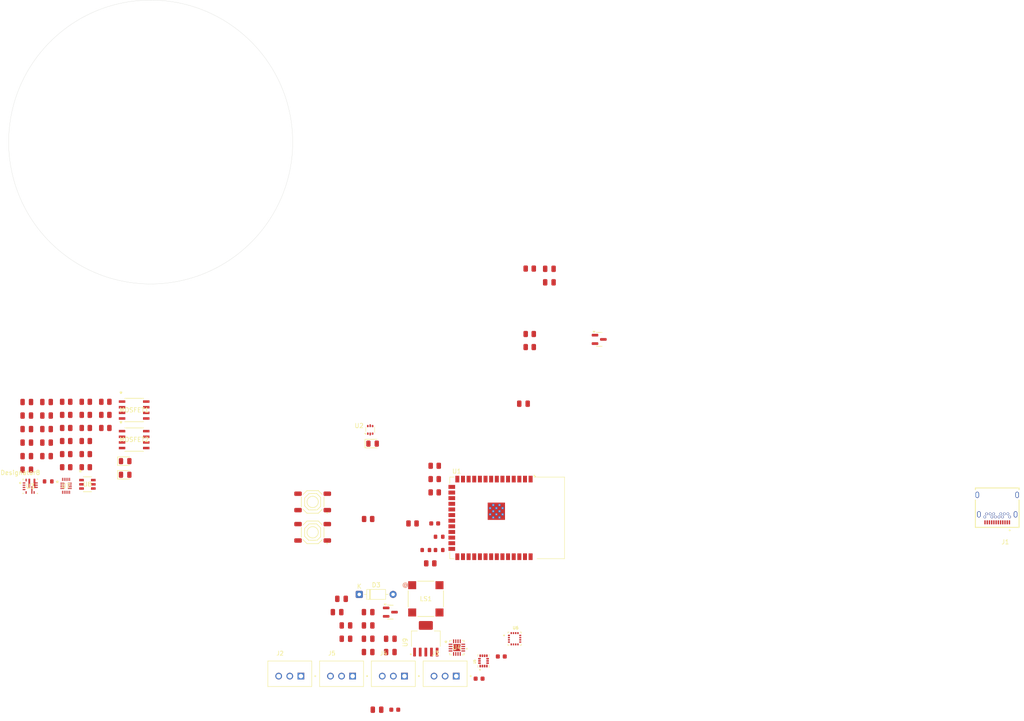
<source format=kicad_pcb>
(kicad_pcb (version 20241229) (generator "pcbnew") (generator_version "9.0")
  (layers (0 "F.Cu" signal) (2 "B.Cu" signal) (13 "F.Paste" user) (15 "B.Paste" user) (5 "F.SilkS" user "F.Silkscreen") (7 "B.SilkS" user "B.Silkscreen") (1 "F.Mask" user) (3 "B.Mask" user) (25 "Edge.Cuts" user))
  (net 0 "")
  (net 1 "GND")
  (net 2 "Net-(Q2-S)")
  (net 3 "Net-(U8-VDD)")
  (net 4 "Net-(Q1-B)")
  (net 5 "Net-(D3-K)")
  (net 6 "Net-(U8-VSS)")
  (net 7 "Net-(S2-A)")
  (net 8 "Net-(U5-AP_CS)")
  (net 9 "Net-(U4-ZOUT)")
  (net 10 "Net-(U4-XOUT)")
  (net 11 "Net-(U4-YOUT)")
  (net 12 "Net-(U8-VC)")
  (net 13 "Net-(D2-Pad2)")
  (net 14 "Net-(D3-A)")
  (net 15 "Net-(S1-A)")
  (net 16 "Net-(U1-IO12)")
  (net 17 "Net-(U1-IO3)")
  (net 18 "Net-(U1-IO2)")
  (net 19 "Net-(U1-IO1)")
  (net 20 "Net-(U1-IO17)")
  (net 21 "Net-(U1-IO18)")
  (net 28 "Net-(U1-USB_D-)")
  (net 31 "Net-(U1-USB_D+)")
  (net 43 "Net-(U1-IO16)")
  (net 44 "Net-(U1-IO15)")
  (net 45 "Net-(U1-IO13)")
  (net 49 "Net-(U1-IO14)")
  (net 51 "Net-(U9-FB)")
  (net 52 "Net-(C19-Pad2)")
  (net 59 "Net-(U7-BST)")
  (net 60 "Net-(Q2-G)")
  (net 61 "Net-(Q2-D)")
  (net 62 "Net-(U7-VCC)")
  (net 68 "Net-(U7-SYS)")
  (net 69 "Net-(U3-VIN)")
  (net 70 "Net-(U3-SW)")
  (net 71 "Net-(U3-BOOT)")
  (net 72 "Net-(C23-Pad1)")
  (net 73 "Net-(U3-FB)")
  (net 74 "Net-(J1-CC2)")
  (net 75 "Net-(J1-CC1)")
  (net 76 "Net-(J1-DN2)")
  (net 77 "Net-(J1-DN1)")
  (net 78 "Net-(U3-SS)")
  (net 89 "Net-(D1-Pad2)")
  (net 90 "Net-(U7-*ACOK)")
  (net 91 "Net-(D4-Pad2)")
  (net 92 "Net-(U7-*STAT)")
  (net 93 "Net-(MOSFET1-Pad5)")
  (net 94 "Net-(U8-DO)")
  (net 95 "Net-(U8-CO)")
  (net 96 "Net-(U7-MID)")
  (net 97 "Net-(U8-VM)")
  (net 98 "Net-(U7-VLIM)")
  (net 99 "Net-(U7-ISET)")
  (net 100 "Net-(U7-NTC)")
  (net 101 "Net-(R22-Pad2)")
  (net 102 "Net-(U3-PG)")
  (net 103 "Net-(U3-AGND)")
  (net 104 "Net-(U3-MODE)")
  (footprint "PCM_JLCPCB:R_0603" (layer "F.Cu") (at 216.90625 176.5237)
    (property "Reference" "R18" (hide yes))
    (property "Value" "10kΩ")
    (pad "1" smd roundrect (at -0.82 0) (size 0.8 0.95) (layers "F.Cu" "F.Mask" "F.Paste") (net 98 "Net-(U7-VLIM)"))
    (pad "2" smd roundrect (at 0.82 0) (size 0.8 0.95) (layers "F.Cu" "F.Mask" "F.Paste") (net 1 "GND"))
  )
  (footprint "PCM_JLCPCB:R_0805" (layer "F.Cu") (at 325.41 143.285)
    (property "Reference" "R16" (hide yes))
    (property "Value" "5.1kΩ")
    (pad "1" smd roundrect (at -0.91 0) (size 1.02 1.4) (layers "F.Cu" "F.Mask" "F.Paste") (roundrect_rratio 0.243902) (net 74 "Net-(J1-CC2)"))
    (pad "2" smd roundrect (at 0.91 0) (size 1.02 1.4) (layers "F.Cu" "F.Mask" "F.Paste") (roundrect_rratio 0.243902) (net 1 "GND"))
  )
  (footprint "Custom Components:CMT-7525-80-SMT-TR_CUD" (layer "F.Cu") (at 302 203)
    (property "Reference" "LS1" (at 0 0 0) (layer "F.SilkS"))
    (property "Value" "CMT-7525-80-SMT-TR")
    (pad "1" smd rect (at -3.075 -3.075) (size 1.8034 1.8034) (layers "F.Cu" "F.Mask" "F.Paste") (net 14 "Net-(D3-A)"))
    (pad "2" smd rect (at -3.075 3.075) (size 1.8034 1.8034) (layers "F.Cu" "F.Mask" "F.Paste") (net 5 "Net-(D3-K)"))
    (pad "3" smd rect (at 3.075 -3.075) (size 1.8034 1.8034) (layers "F.Cu" "F.Mask" "F.Paste"))
    (pad "4" smd rect (at 3.075 3.075) (size 1.8034 1.8034) (layers "F.Cu" "F.Mask" "F.Paste"))
  )
  (footprint "Package_TO_SOT_SMD:SOT-666" (layer "F.Cu") (at 289.4625 164.9 90)
    (property "Reference" "U2" (at 0.925 -2.5 0) (layer "F.SilkS"))
    (property "Value" "USBLC6-2P6" (hide yes))
    (pad "1" smd roundrect (at -0.85 -0.5375 90) (size 0.5 0.375) (layers "F.Cu" "F.Mask" "F.Paste") (net 28 "Net-(U1-USB_D-)"))
    (pad "2" smd roundrect (at -0.925 0 90) (size 0.65 0.3) (layers "F.Cu" "F.Mask" "F.Paste") (net 1 "GND"))
    (pad "3" smd roundrect (at -0.85 0.5375 90) (size 0.5 0.375) (layers "F.Cu" "F.Mask" "F.Paste") (net 31 "Net-(U1-USB_D+)"))
    (pad "4" smd roundrect (at 0.85 0.5375 90) (size 0.5 0.375) (layers "F.Cu" "F.Mask" "F.Paste") (net 76 "Net-(J1-DN2)"))
    (pad "5" smd roundrect (at 0.925 0 90) (size 0.65 0.3) (layers "F.Cu" "F.Mask" "F.Paste") (net 61 "Net-(Q2-D)"))
    (pad "6" smd roundrect (at 0.85 -0.5375 90) (size 0.5 0.375) (layers "F.Cu" "F.Mask" "F.Paste") (net 77 "Net-(J1-DN1)"))
  )
  (footprint "PCM_JLCPCB:R_0805" (layer "F.Cu") (at 225.37625 161.5237)
    (property "Reference" "R21" (hide yes))
    (property "Value" "5.1kΩ")
    (pad "1" smd roundrect (at -0.91 0) (size 1.02 1.4) (layers "F.Cu" "F.Mask" "F.Paste") (roundrect_rratio 0.243902) (net 62 "Net-(U7-VCC)"))
    (pad "2" smd roundrect (at 0.91 0) (size 1.02 1.4) (layers "F.Cu" "F.Mask" "F.Paste") (roundrect_rratio 0.243902) (net 100 "Net-(U7-NTC)"))
  )
  (footprint "PCM_JLCPCB:C_0603" (layer "F.Cu") (at 314 221 180)
    (property "Reference" "C11" (hide yes))
    (property "Value" "3.3nF" (hide yes))
    (pad "1" smd roundrect (at -0.78 0 180) (size 0.9 0.95) (layers "F.Cu" "F.Mask" "F.Paste") (net 10 "Net-(U4-XOUT)"))
    (pad "2" smd roundrect (at 0.78 0 180) (size 0.9 0.95) (layers "F.Cu" "F.Mask" "F.Paste") (net 1 "GND"))
  )
  (footprint "PCM_JLCPCB:C_0805" (layer "F.Cu") (at 289 215)
    (property "Reference" "C4" (hide yes))
    (property "Value" "10uF")
    (pad "1" smd roundrect (at -0.95 0) (size 1 1.45) (layers "F.Cu" "F.Mask" "F.Paste") (net 5 "Net-(D3-K)"))
    (pad "2" smd roundrect (at 0.95 0) (size 1 1.45) (layers "F.Cu" "F.Mask" "F.Paste") (net 1 "GND"))
  )
  (footprint "PCM_JLCPCB:R_0805" (layer "F.Cu") (at 289 185)
    (property "Reference" "R1" (hide yes))
    (property "Value" "270Ω")
    (pad "1" smd roundrect (at -0.91 0) (size 1.02 1.4) (layers "F.Cu" "F.Mask" "F.Paste") (roundrect_rratio 0.243902) (net 5 "Net-(D3-K)"))
    (pad "2" smd roundrect (at 0.91 0) (size 1.02 1.4) (layers "F.Cu" "F.Mask" "F.Paste") (roundrect_rratio 0.243902) (net 13 "Net-(D2-Pad2)"))
  )
  (footprint "PCM_JLCPCB:C_0805" (layer "F.Cu") (at 212.08625 167.7737)
    (property "Reference" "C20" (hide yes))
    (property "Value" "1uF")
    (pad "1" smd roundrect (at -0.95 0) (size 1 1.45) (layers "F.Cu" "F.Mask" "F.Paste") (net 62 "Net-(U7-VCC)"))
    (pad "2" smd roundrect (at 0.95 0) (size 1 1.45) (layers "F.Cu" "F.Mask" "F.Paste") (net 1 "GND"))
  )
  (footprint "PCM_JLCPCB:R_0805" (layer "F.Cu") (at 229.78625 158.5737)
    (property "Reference" "R26" (hide yes))
    (property "Value" "10kΩ")
    (pad "1" smd roundrect (at -0.91 0) (size 1.02 1.4) (layers "F.Cu" "F.Mask" "F.Paste") (roundrect_rratio 0.243902) (net 73 "Net-(U3-FB)"))
    (pad "2" smd roundrect (at 0.91 0) (size 1.02 1.4) (layers "F.Cu" "F.Mask" "F.Paste") (roundrect_rratio 0.243902) (net 103 "Net-(U3-AGND)"))
  )
  (footprint "PCM_JLCPCB:R_0805" (layer "F.Cu") (at 299 186)
    (property "Reference" "R4" (hide yes))
    (property "Value" "180Ω")
    (pad "1" smd roundrect (at -0.91 0) (size 1.02 1.4) (layers "F.Cu" "F.Mask" "F.Paste") (roundrect_rratio 0.243902) (net 4 "Net-(Q1-B)"))
    (pad "2" smd roundrect (at 0.91 0) (size 1.02 1.4) (layers "F.Cu" "F.Mask" "F.Paste") (roundrect_rratio 0.243902) (net 16 "Net-(U1-IO12)"))
  )
  (footprint "PCM_JLCPCB:R_0805" (layer "F.Cu") (at 304 176)
    (property "Reference" "R8" (hide yes))
    (property "Value" "4.7Ω")
    (pad "1" smd roundrect (at -0.91 0) (size 1.02 1.4) (layers "F.Cu" "F.Mask" "F.Paste") (roundrect_rratio 0.243902) (net 20 "Net-(U1-IO17)"))
    (pad "2" smd roundrect (at 0.91 0) (size 1.02 1.4) (layers "F.Cu" "F.Mask" "F.Paste") (roundrect_rratio 0.243902) (net 8 "Net-(U5-AP_CS)"))
  )
  (footprint "Custom Components:XDCR_HMC5883L-TR" (layer "F.Cu") (at 322 212)
    (property "Reference" "U6" (at 0.232 -2.4564 0) (layer "F.SilkS") (effects (font (size 0.64 0.64))))
    (property "Value" "HMC5883L-TR")
    (pad "1" smd roundrect (at -1.275 -0.75) (size 0.45 0.3) (layers "F.Cu" "F.Mask" "F.Paste") (roundrect_rratio 0.085) (net 20 "Net-(U1-IO17)"))
    (pad "2" smd roundrect (at -1.275 -0.25) (size 0.45 0.3) (layers "F.Cu" "F.Mask" "F.Paste") (roundrect_rratio 0.085) (net 8 "Net-(U5-AP_CS)"))
    (pad "3" smd roundrect (at -1.275 0.25) (size 0.45 0.3) (layers "F.Cu" "F.Mask" "F.Paste") (roundrect_rratio 0.085))
    (pad "4" smd roundrect (at -1.275 0.75) (size 0.45 0.3) (layers "F.Cu" "F.Mask" "F.Paste") (roundrect_rratio 0.085))
    (pad "5" smd roundrect (at -0.75 1.275) (size 0.3 0.45) (layers "F.Cu" "F.Mask" "F.Paste") (roundrect_rratio 0.085))
    (pad "6" smd roundrect (at -0.25 1.275) (size 0.3 0.45) (layers "F.Cu" "F.Mask" "F.Paste") (roundrect_rratio 0.085))
    (pad "7" smd roundrect (at 0.25 1.275) (size 0.3 0.45) (layers "F.Cu" "F.Mask" "F.Paste") (roundrect_rratio 0.085))
    (pad "8" smd roundrect (at 0.75 1.275) (size 0.3 0.45) (layers "F.Cu" "F.Mask" "F.Paste") (roundrect_rratio 0.085))
    (pad "9" smd roundrect (at 1.275 0.75) (size 0.45 0.3) (layers "F.Cu" "F.Mask" "F.Paste") (roundrect_rratio 0.085) (net 1 "GND"))
    (pad "10" smd roundrect (at 1.275 0.25) (size 0.45 0.3) (layers "F.Cu" "F.Mask" "F.Paste") (roundrect_rratio 0.085) (net 8 "Net-(U5-AP_CS)"))
    (pad "11" smd roundrect (at 1.275 -0.25) (size 0.45 0.3) (layers "F.Cu" "F.Mask" "F.Paste") (roundrect_rratio 0.085) (net 1 "GND"))
    (pad "12" smd roundrect (at 1.275 -0.75) (size 0.45 0.3) (layers "F.Cu" "F.Mask" "F.Paste") (roundrect_rratio 0.085))
    (pad "13" smd roundrect (at 0.75 -1.275) (size 0.3 0.45) (layers "F.Cu" "F.Mask" "F.Paste") (roundrect_rratio 0.085) (net 8 "Net-(U5-AP_CS)"))
    (pad "14" smd roundrect (at 0.25 -1.275) (size 0.3 0.45) (layers "F.Cu" "F.Mask" "F.Paste") (roundrect_rratio 0.085))
    (pad "15" smd roundrect (at -0.25 -1.275) (size 0.3 0.45) (layers "F.Cu" "F.Mask" "F.Paste") (roundrect_rratio 0.085))
    (pad "16" smd roundrect (at -0.75 -1.275) (size 0.3 0.45) (layers "F.Cu" "F.Mask" "F.Paste") (roundrect_rratio 0.085) (net 21 "Net-(U1-IO18)"))
  )
  (footprint "PCM_JLCPCB:C_0805" (layer "F.Cu") (at 212.08625 170.8237)
    (property "Reference" "C21" (hide yes))
    (property "Value" "1uF")
    (pad "1" smd roundrect (at -0.95 0) (size 1 1.45) (layers "F.Cu" "F.Mask" "F.Paste") (net 68 "Net-(U7-SYS)"))
    (pad "2" smd roundrect (at 0.95 0) (size 1 1.45) (layers "F.Cu" "F.Mask" "F.Paste") (net 1 "GND"))
  )
  (footprint "PCM_JLCPCB:SW-SMD_4P-L5.1-W5.1-P3.70-LS6.5-TL-2" (layer "F.Cu") (at 276.5 188 180)
    (property "Reference" "S1" (hide yes))
    (property "Value" "Tactile Button, 160gf" (hide yes))
    (pad "1" smd roundrect (at -3.3 -1.85 180) (size 1.7 1) (layers "F.Cu" "F.Mask" "F.Paste") (net 15 "Net-(S1-A)"))
    (pad "2" smd roundrect (at 3.3 -1.85 180) (size 1.7 1) (layers "F.Cu" "F.Mask" "F.Paste") (net 15 "Net-(S1-A)"))
    (pad "3" smd roundrect (at -3.3 1.85 180) (size 1.7 1) (layers "F.Cu" "F.Mask" "F.Paste") (net 1 "GND"))
    (pad "4" smd roundrect (at 3.3 1.85 180) (size 1.7 1) (layers "F.Cu" "F.Mask" "F.Paste") (net 1 "GND"))
  )
  (footprint "PCM_JLCPCB:R_0805" (layer "F.Cu") (at 325.41 128.535)
    (property "Reference" "R10" (hide yes))
    (property "Value" "180Ω")
    (pad "1" smd roundrect (at -0.91 0) (size 1.02 1.4) (layers "F.Cu" "F.Mask" "F.Paste") (roundrect_rratio 0.243902) (net 60 "Net-(Q2-G)"))
    (pad "2" smd roundrect (at 0.91 0) (size 1.02 1.4) (layers "F.Cu" "F.Mask" "F.Paste") (roundrect_rratio 0.243902) (net 1 "GND"))
  )
  (footprint "PCM_JLCPCB:R_0805" (layer "F.Cu") (at 220.96625 164.4737)
    (property "Reference" "R13" (hide yes))
    (property "Value" "3.9kΩ")
    (pad "1" smd roundrect (at -0.91 0) (size 1.02 1.4) (layers "F.Cu" "F.Mask" "F.Paste") (roundrect_rratio 0.243902) (net 97 "Net-(U8-VM)"))
    (pad "2" smd roundrect (at 0.91 0) (size 1.02 1.4) (layers "F.Cu" "F.Mask" "F.Paste") (roundrect_rratio 0.243902) (net 6 "Net-(U8-VSS)"))
  )
  (footprint "PCM_JLCPCB:Q_SOT-23" (layer "F.Cu") (at 294 206)
    (property "Reference" "Q1" (hide yes))
    (property "Value" "2SC1815")
    (pad "1" smd roundrect (at -0.94 -0.95) (size 1.48 0.6) (layers "F.Cu" "F.Mask" "F.Paste") (net 4 "Net-(Q1-B)"))
    (pad "2" smd roundrect (at -0.94 0.95) (size 1.48 0.6) (layers "F.Cu" "F.Mask" "F.Paste") (net 1 "GND"))
    (pad "3" smd roundrect (at 0.94 0) (size 1.48 0.6) (layers "F.Cu" "F.Mask" "F.Paste") (net 14 "Net-(D3-A)"))
  )
  (footprint "Custom Components:PQFN50P300X250X97-14N" (layer "F.Cu") (at 315 217 90)
    (property "Reference" "U5" (at -0.176 -2.0048 90) (layer "F.SilkS") (effects (font (size 0.48 0.48))))
    (property "Value" "ICM-42688-P")
    (pad "1" smd roundrect (at -1.165 -0.75 90) (size 0.59 0.35) (layers "F.Cu" "F.Paste") (net 8 "Net-(U5-AP_CS)"))
    (pad "2" smd roundrect (at -1.165 -0.25 90) (size 0.59 0.35) (layers "F.Cu" "F.Paste") (net 1 "GND"))
    (pad "3" smd roundrect (at -1.165 0.25 90) (size 0.59 0.35) (layers "F.Cu" "F.Paste") (net 1 "GND"))
    (pad "4" smd roundrect (at -1.165 0.75 90) (size 0.59 0.35) (layers "F.Cu" "F.Paste"))
    (pad "5" smd roundrect (at -0.5 0.915 90) (size 0.35 0.59) (layers "F.Cu" "F.Paste") (net 8 "Net-(U5-AP_CS)"))
    (pad "6" smd roundrect (at 0 0.915 90) (size 0.35 0.59) (layers "F.Cu" "F.Paste") (net 1 "GND"))
    (pad "7" smd roundrect (at 0.5 0.915 90) (size 0.35 0.59) (layers "F.Cu" "F.Paste") (net 1 "GND"))
    (pad "8" smd roundrect (at 1.165 0.75 90) (size 0.59 0.35) (layers "F.Cu" "F.Paste") (net 8 "Net-(U5-AP_CS)"))
    (pad "9" smd roundrect (at 1.165 0.25 90) (size 0.59 0.35) (layers "F.Cu" "F.Paste") (net 1 "GND"))
    (pad "10" smd roundrect (at 1.165 -0.25 90) (size 0.59 0.35) (layers "F.Cu" "F.Paste") (net 1 "GND"))
    (pad "11" smd roundrect (at 1.165 -0.75 90) (size 0.59 0.35) (layers "F.Cu" "F.Paste") (net 1 "GND"))
    (pad "12" smd roundrect (at 0.5 -0.915 90) (size 0.35 0.59) (layers "F.Cu" "F.Paste") (net 8 "Net-(U5-AP_CS)"))
    (pad "13" smd roundrect (at 0 -0.915 90) (size 0.35 0.59) (layers "F.Cu" "F.Paste") (net 20 "Net-(U1-IO17)"))
    (pad "14" smd roundrect (at -0.5 -0.915 90) (size 0.35 0.59) (layers "F.Cu" "F.Paste") (net 21 "Net-(U1-IO18)"))
  )
  (footprint "PCM_JLCPCB:C_0805" (layer "F.Cu") (at 289 209)
    (property "Reference" "C16" (hide yes))
    (property "Value" "100nF")
    (pad "1" smd roundrect (at -0.95 0) (size 1 1.45) (layers "F.Cu" "F.Mask" "F.Paste") (net 8 "Net-(U5-AP_CS)"))
    (pad "2" smd roundrect (at 0.95 0) (size 1 1.45) (layers "F.Cu" "F.Mask" "F.Paste") (net 1 "GND"))
  )
  (footprint "Custom Components:GCT_USB4056-03-A_REVA2" (layer "F.Cu") (at 430.75 179.5525 180)
    (property "Reference" "J1" (at -1.825 -10.635 0) (layer "F.SilkS"))
    (property "Value" "USB4056-03-A_REVA2")
    (fp_line (start 3.75 -5.315) (end 3.45 -5.315) (stroke (width 0.01)) (layer "Edge.Cuts"))
    (fp_line (start 3.45 -5.965) (end 3.75 -5.965) (stroke (width 0.01)) (layer "Edge.Cuts"))
    (fp_arc (start 4.075 -5.64) (mid 3.97981 -5.41019) (end 3.75 -5.315) (stroke (width 0.01)) (layer "Edge.Cuts"))
    (fp_arc (start 3.75 -5.965) (mid 3.97981 -5.86981) (end 4.075 -5.64) (stroke (width 0.01)) (layer "Edge.Cuts"))
    (fp_arc (start 3.45 -5.315) (mid 3.22019 -5.41019) (end 3.125 -5.64) (stroke (width 0.01)) (layer "Edge.Cuts"))
    (fp_arc (start 3.125 -5.64) (mid 3.22019 -5.86981) (end 3.45 -5.965) (stroke (width 0.01)) (layer "Edge.Cuts"))
    (pad "" np_thru_hole circle (at -3.6 -5.64 180) (size 0.65 0.65) (drill 0.65) (layers "*.Cu" "*.Mask"))
    (pad "" np_thru_hole circle (at 3.6 -5.64 180) (size 0.65 0.65) (drill 0.65) (layers "*.Cu" "*.Mask"))
    (pad "A1" smd rect (at -2.75 -6.2 180) (size 0.3 0.9) (layers "F.Cu" "F.Mask" "F.Paste") (net 1 "GND"))
    (pad "A2" smd rect (at -2.25 -6.2 180) (size 0.3 0.9) (layers "F.Cu" "F.Mask" "F.Paste"))
    (pad "A3" smd rect (at -1.75 -6.2 180) (size 0.3 0.9) (layers "F.Cu" "F.Mask" "F.Paste"))
    (pad "A4" smd rect (at -1.25 -6.2 180) (size 0.3 0.9) (layers "F.Cu" "F.Mask" "F.Paste") (net 61 "Net-(Q2-D)"))
    (pad "A5" smd rect (at -0.75 -6.2 180) (size 0.3 0.9) (layers "F.Cu" "F.Mask" "F.Paste") (net 75 "Net-(J1-CC1)"))
    (pad "A6" smd rect (at -0.25 -6.2 180) (size 0.3 0.9) (layers "F.Cu" "F.Mask" "F.Paste") (net 76 "Net-(J1-DN2)"))
    (pad "A7" smd rect (at 0.25 -6.2 180) (size 0.3 0.9) (layers "F.Cu" "F.Mask" "F.Paste") (net 77 "Net-(J1-DN1)"))
    (pad "A8" smd rect (at 0.75 -6.2 180) (size 0.3 0.9) (layers "F.Cu" "F.Mask" "F.Paste"))
    (pad "A9" smd rect (at 1.25 -6.2 180) (size 0.3 0.9) (layers "F.Cu" "F.Mask" "F.Paste") (net 61 "Net-(Q2-D)"))
    (pad "A10" smd rect (at 1.75 -6.2 180) (size 0.3 0.9) (layers "F.Cu" "F.Mask" "F.Paste"))
    (pad "A11" smd rect (at 2.25 -6.2 180) (size 0.3 0.9) (layers "F.Cu" "F.Mask" "F.Paste"))
    (pad "A12" smd rect (at 2.75 -6.2 180) (size 0.3 0.9) (layers "F.Cu" "F.Mask" "F.Paste") (net 1 "GND"))
    (pad "B1" thru_hole circle (at 2.8 -4.99 180) (size 0.6 0.6) (drill 0.4) (layers "*.Cu" "*.Mask") (net 1 "GND"))
    (pad "B2" thru_hole circle (at 2.4 -4.29 180) (size 0.6 0.6) (drill 0.4) (layers "*.Cu" "*.Mask"))
    (pad "B3" thru_hole circle (at 1.6 -4.29 180) (size 0.6 0.6) (drill 0.4) (layers "*.Cu" "*.Mask"))
    (pad "B4" thru_hole circle (at 1.2 -4.99 180) (size 0.6 0.6) (drill 0.4) (layers "*.Cu" "*.Mask") (net 61 "Net-(Q2-D)"))
    (pad "B5" thru_hole circle (at 0.8 -4.29 180) (size 0.6 0.6) (drill 0.4) (layers "*.Cu" "*.Mask") (net 74 "Net-(J1-CC2)"))
    (pad "B6" thru_hole circle (at 0.4 -4.99 180) (size 0.6 0.6) (drill 0.4) (layers "*.Cu" "*.Mask") (net 77 "Net-(J1-DN1)"))
    (pad "B7" thru_hole circle (at -0.4 -4.99 180) (size 0.6 0.6) (drill 0.4) (layers "*.Cu" "*.Mask") (net 76 "Net-(J1-DN2)"))
    (pad "B8" thru_hole circle (at -0.8 -4.29 180) (size 0.6 0.6) (drill 0.4) (layers "*.Cu" "*.Mask"))
    (pad "B9" thru_hole circle (at -1.2 -4.99 180) (size 0.6 0.6) (drill 0.4) (layers "*.Cu" "*.Mask") (net 61 "Net-(Q2-D)"))
    (pad "B10" thru_hole circle (at -1.6 -4.29 180) (size 0.6 0.6) (drill 0.4) (layers "*.Cu" "*.Mask"))
    (pad "B11" thru_hole circle (at -2.4 -4.29 180) (size 0.6 0.6) (drill 0.4) (layers "*.Cu" "*.Mask"))
    (pad "B12" thru_hole circle (at -2.8 -4.99 180) (size 0.6 0.6) (drill 0.4) (layers "*.Cu" "*.Mask") (net 1 "GND"))
    (pad "S1" thru_hole oval (at -4.13 -4.4 180) (size 0.8 1.4) (drill oval 0.5 1.1) (layers "*.Cu" "*.Mask") (net 1 "GND"))
    (pad "S2" thru_hole oval (at 4.13 -4.4 180) (size 0.8 1.4) (drill oval 0.5 1.1) (layers "*.Cu" "*.Mask") (net 1 "GND"))
    (pad "S3" thru_hole oval (at -4.49 0 180) (size 0.8 1.4) (drill oval 0.5 1.1) (layers "*.Cu" "*.Mask") (net 1 "GND"))
    (pad "S4" thru_hole oval (at 4.49 0 180) (size 0.8 1.4) (drill oval 0.5 1.1) (layers "*.Cu" "*.Mask") (net 1 "GND"))
  )
  (footprint "PCM_JLCPCB:R_0805" (layer "F.Cu") (at 304 173)
    (property "Reference" "R3" (hide yes))
    (property "Value" "10kΩ")
    (pad "1" smd roundrect (at -0.91 0) (size 1.02 1.4) (layers "F.Cu" "F.Mask" "F.Paste") (roundrect_rratio 0.243902) (net 5 "Net-(D3-K)"))
    (pad "2" smd roundrect (at 0.91 0) (size 1.02 1.4) (layers "F.Cu" "F.Mask" "F.Paste") (roundrect_rratio 0.243902) (net 7 "Net-(S2-A)"))
  )
  (footprint "Custom Components:SOT236-A-PKG_MP006-A-P-SD-2.1_ABL" (layer "F.Cu") (at 225.74565 177.1783)
    (property "Reference" "U8" (at 0 0 0) (layer "F.SilkS"))
    (property "Value" "S-8252ABE-M6T1U")
    (fp_text user "*" (at -1.58115 -2.6518 0) (layer "F.SilkS"))
    (fp_text user "*" (at -1.58115 -2.6518 0) (layer "F.SilkS"))
    (pad "1" smd rect (at -1.32715 -0.950001) (size 1.0541 0.5588) (layers "F.Cu" "F.Mask" "F.Paste") (net 94 "Net-(U8-DO)"))
    (pad "2" smd rect (at -1.32715 0) (size 1.0541 0.5588) (layers "F.Cu" "F.Mask" "F.Paste") (net 95 "Net-(U8-CO)"))
    (pad "3" smd rect (at -1.32715 0.950001) (size 1.0541 0.5588) (layers "F.Cu" "F.Mask" "F.Paste") (net 97 "Net-(U8-VM)"))
    (pad "4" smd rect (at 1.32715 0.950001) (size 1.0541 0.5588) (layers "F.Cu" "F.Mask" "F.Paste") (net 12 "Net-(U8-VC)"))
    (pad "5" smd rect (at 1.32715 0) (size 1.0541 0.5588) (layers "F.Cu" "F.Mask" "F.Paste") (net 3 "Net-(U8-VDD)"))
    (pad "6" smd rect (at 1.32715 -0.950001) (size 1.0541 0.5588) (layers "F.Cu" "F.Mask" "F.Paste") (net 6 "Net-(U8-VSS)"))
  )
  (footprint "PCM_JLCPCB:C_0805" (layer "F.Cu") (at 283 203)
    (property "Reference" "C27" (hide yes))
    (property "Value" "2.2uF")
    (pad "1" smd roundrect (at -0.95 0) (size 1 1.45) (layers "F.Cu" "F.Mask" "F.Paste") (net 1 "GND"))
    (pad "2" smd roundrect (at 0.95 0) (size 1 1.45) (layers "F.Cu" "F.Mask" "F.Paste") (net 5 "Net-(D3-K)"))
  )
  (footprint "PCM_JLCPCB:R_0805" (layer "F.Cu") (at 225.37625 173.3237)
    (property "Reference" "R25" (hide yes))
    (property "Value" "33kΩ")
    (pad "1" smd roundrect (at -0.91 0) (size 1.02 1.4) (layers "F.Cu" "F.Mask" "F.Paste") (roundrect_rratio 0.243902) (net 72 "Net-(C23-Pad1)"))
    (pad "2" smd roundrect (at 0.91 0) (size 1.02 1.4) (layers "F.Cu" "F.Mask" "F.Paste") (roundrect_rratio 0.243902) (net 73 "Net-(U3-FB)"))
  )
  (footprint "PCM_JLCPCB:R_0805" (layer "F.Cu") (at 303 195)
    (property "Reference" "R2" (hide yes))
    (property "Value" "10kΩ")
    (pad "1" smd roundrect (at -0.91 0) (size 1.02 1.4) (layers "F.Cu" "F.Mask" "F.Paste") (roundrect_rratio 0.243902) (net 5 "Net-(D3-K)"))
    (pad "2" smd roundrect (at 0.91 0) (size 1.02 1.4) (layers "F.Cu" "F.Mask" "F.Paste") (roundrect_rratio 0.243902) (net 15 "Net-(S1-A)"))
  )
  (footprint "PCM_JLCPCB:C_0805" (layer "F.Cu") (at 212.08625 164.7237)
    (property "Reference" "C19" (hide yes))
    (property "Value" "100nF")
    (pad "1" smd roundrect (at -0.95 0) (size 1 1.45) (layers "F.Cu" "F.Mask" "F.Paste") (net 59 "Net-(U7-BST)"))
    (pad "2" smd roundrect (at 0.95 0) (size 1 1.45) (layers "F.Cu" "F.Mask" "F.Paste") (net 52 "Net-(C19-Pad2)"))
  )
  (footprint "PCM_JLCPCB:R_0805" (layer "F.Cu") (at 229.78625 164.4737)
    (property "Reference" "R28" (hide yes))
    (property "Value" "5.1kΩ")
    (pad "1" smd roundrect (at -0.91 0) (size 1.02 1.4) (layers "F.Cu" "F.Mask" "F.Paste") (roundrect_rratio 0.243902) (net 104 "Net-(U3-MODE)"))
    (pad "2" smd roundrect (at 0.91 0) (size 1.02 1.4) (layers "F.Cu" "F.Mask" "F.Paste") (roundrect_rratio 0.243902) (net 1 "GND"))
  )
  (footprint "PCM_JLCPCB:C_0805" (layer "F.Cu") (at 291 228)
    (property "Reference" "C8" (hide yes))
    (property "Value" "100nF")
    (pad "1" smd roundrect (at -0.95 0) (size 1 1.45) (layers "F.Cu" "F.Mask" "F.Paste") (net 7 "Net-(S2-A)"))
    (pad "2" smd roundrect (at 0.95 0) (size 1 1.45) (layers "F.Cu" "F.Mask" "F.Paste") (net 1 "GND"))
  )
  (footprint "PCM_JLCPCB:R_0805" (layer "F.Cu") (at 225.37625 167.4237)
    (property "Reference" "R23" (hide yes))
    (property "Value" "100kΩ")
    (pad "1" smd roundrect (at -0.91 0) (size 1.02 1.4) (layers "F.Cu" "F.Mask" "F.Paste") (roundrect_rratio 0.243902) (net 2 "Net-(Q2-S)"))
    (pad "2" smd roundrect (at 0.91 0) (size 1.02 1.4) (layers "F.Cu" "F.Mask" "F.Paste") (roundrect_rratio 0.243902) (net 102 "Net-(U3-PG)"))
  )
  (footprint "PCM_JLCPCB:C_0805" (layer "F.Cu") (at 284 212)
    (property "Reference" "C17" (hide yes))
    (property "Value" "10uF")
    (pad "1" smd roundrect (at -0.95 0) (size 1 1.45) (layers "F.Cu" "F.Mask" "F.Paste") (net 1 "GND"))
    (pad "2" smd roundrect (at 0.95 0) (size 1 1.45) (layers "F.Cu" "F.Mask" "F.Paste") (net 8 "Net-(U5-AP_CS)"))
  )
  (footprint "Diode_THT:D_DO-35_SOD27_P7.62mm_Horizontal" (layer "F.Cu") (at 287 202)
    (property "Reference" "D3" (at 3.81 -2.12 0) (layer "F.SilkS"))
    (property "Value" "1N4148")
    (fp_text user "K" (at 0 -1.8 0) (layer "F.SilkS"))
    (pad "1" thru_hole roundrect (at 0 0) (size 1.6 1.6) (drill 0.8) (layers "*.Cu" "*.Mask") (roundrect_rratio 0.15625) (net 5 "Net-(D3-K)"))
    (pad "2" thru_hole circle (at 7.62 0) (size 1.6 1.6) (drill 0.8) (layers "*.Cu" "*.Mask") (net 14 "Net-(D3-A)"))
  )
  (footprint "PCM_JLCPCB:R_0805" (layer "F.Cu") (at 220.96625 167.4237)
    (property "Reference" "R14" (hide yes))
    (property "Value" "270Ω")
    (pad "1" smd roundrect (at -0.91 0) (size 1.02 1.4) (layers "F.Cu" "F.Mask" "F.Paste") (roundrect_rratio 0.243902) (net 89 "Net-(D1-Pad2)"))
    (pad "2" smd roundrect (at 0.91 0) (size 1.02 1.4) (layers "F.Cu" "F.Mask" "F.Paste") (roundrect_rratio 0.243902) (net 2 "Net-(Q2-S)"))
  )
  (footprint "Custom Components:CP_16_28_ADI" (layer "F.Cu") (at 309 214)
    (property "Reference" "U4" (at 0 0 0) (layer "F.SilkS"))
    (property "Value" "ADXL377")
    (fp_text user "*" (at -2.4898 -1 0) (layer "F.SilkS"))
    (fp_text user "*" (at -2.4898 -1 0) (layer "F.SilkS"))
    (pad "1" smd rect (at -1.427399 -0.750001 90) (size 0.2492 0.8548) (layers "F.Cu" "F.Mask" "F.Paste") (net 1 "GND"))
    (pad "2" smd rect (at -1.427399 -0.25 90) (size 0.2492 0.8548) (layers "F.Cu" "F.Mask" "F.Paste") (net 1 "GND"))
    (pad "3" smd rect (at -1.427399 0.25 90) (size 0.2492 0.8548) (layers "F.Cu" "F.Mask" "F.Paste") (net 1 "GND"))
    (pad "4" smd rect (at -1.427399 0.750001 90) (size 0.2492 0.8548) (layers "F.Cu" "F.Mask" "F.Paste") (net 11 "Net-(U4-YOUT)"))
    (pad "5" smd rect (at -0.750001 1.427399) (size 0.2492 0.8548) (layers "F.Cu" "F.Mask" "F.Paste") (net 10 "Net-(U4-XOUT)"))
    (pad "6" smd rect (at -0.25 1.427399) (size 0.2492 0.8548) (layers "F.Cu" "F.Mask" "F.Paste") (net 1 "GND"))
    (pad "7" smd rect (at 0.25 1.427399) (size 0.2492 0.8548) (layers "F.Cu" "F.Mask" "F.Paste") (net 1 "GND"))
    (pad "8" smd rect (at 0.750001 1.427399) (size 0.2492 0.8548) (layers "F.Cu" "F.Mask" "F.Paste"))
    (pad "9" smd rect (at 1.427399 0.750001 90) (size 0.2492 0.8548) (layers "F.Cu" "F.Mask" "F.Paste"))
    (pad "10" smd rect (at 1.427399 0.25 90) (size 0.2492 0.8548) (layers "F.Cu" "F.Mask" "F.Paste"))
    (pad "11" smd rect (at 1.427399 -0.25 90) (size 0.2492 0.8548) (layers "F.Cu" "F.Mask" "F.Paste"))
    (pad "12" smd rect (at 1.427399 -0.750001 90) (size 0.2492 0.8548) (layers "F.Cu" "F.Mask" "F.Paste"))
    (pad "13" smd rect (at 0.750001 -1.427399) (size 0.2492 0.8548) (layers "F.Cu" "F.Mask" "F.Paste"))
    (pad "14" smd rect (at 0.25 -1.427399) (size 0.2492 0.8548) (layers "F.Cu" "F.Mask" "F.Paste") (net 5 "Net-(D3-K)"))
    (pad "15" smd rect (at -0.25 -1.427399) (size 0.2492 0.8548) (layers "F.Cu" "F.Mask" "F.Paste") (net 5 "Net-(D3-K)"))
    (pad "16" smd rect (at -0.750001 -1.427399) (size 0.2492 0.8548) (layers "F.Cu" "F.Mask" "F.Paste") (net 9 "Net-(U4-ZOUT)"))
    (pad "17" smd rect (at 0 0) (size 1.6 1.6) (layers "F.Cu" "F.Mask" "F.Paste") (net 1 "GND"))
  )
  (footprint "PCM_JLCPCB:C_0805" (layer "F.Cu") (at 216.53625 161.6737)
    (property "Reference" "C25" (hide yes))
    (property "Value" "15pF")
    (pad "1" smd roundrect (at -0.95 0) (size 1 1.45) (layers "F.Cu" "F.Mask" "F.Paste") (net 72 "Net-(C23-Pad1)"))
    (pad "2" smd roundrect (at 0.95 0) (size 1 1.45) (layers "F.Cu" "F.Mask" "F.Paste") (net 73 "Net-(U3-FB)"))
  )
  (footprint "PCM_JLCPCB:R_0805" (layer "F.Cu") (at 220.96625 170.3737)
    (property "Reference" "R15" (hide yes))
    (property "Value" "30kΩ")
    (pad "1" smd roundrect (at -0.91 0) (size 1.02 1.4) (layers "F.Cu" "F.Mask" "F.Paste") (roundrect_rratio 0.243902) (net 2 "Net-(Q2-S)"))
    (pad "2" smd roundrect (at 0.91 0) (size 1.02 1.4) (layers "F.Cu" "F.Mask" "F.Paste") (roundrect_rratio 0.243902) (net 98 "Net-(U7-VLIM)"))
  )
  (footprint "RF_Module:ESP32-S3-WROOM-1" (layer "F.Cu") (at 320.35 184.75 -90)
    (property "Reference" "U1" (at -10.5 11.4 0) (layer "F.SilkS"))
    (property "Value" "ESP32-S3-WROOM-1")
    (pad "1" smd rect (at -8.75 -5.26 270) (size 1.5 0.9) (layers "F.Cu" "F.Mask" "F.Paste") (net 1 "GND"))
    (pad "2" smd rect (at -8.75 -3.99 270) (size 1.5 0.9) (layers "F.Cu" "F.Mask" "F.Paste") (net 5 "Net-(D3-K)"))
    (pad "3" smd rect (at -8.75 -2.72 270) (size 1.5 0.9) (layers "F.Cu" "F.Mask" "F.Paste") (net 7 "Net-(S2-A)"))
    (pad "4" smd rect (at -8.75 -1.45 270) (size 1.5 0.9) (layers "F.Cu" "F.Mask" "F.Paste"))
    (pad "5" smd rect (at -8.75 -0.18 270) (size 1.5 0.9) (layers "F.Cu" "F.Mask" "F.Paste"))
    (pad "6" smd rect (at -8.75 1.09 270) (size 1.5 0.9) (layers "F.Cu" "F.Mask" "F.Paste"))
    (pad "7" smd rect (at -8.75 2.36 270) (size 1.5 0.9) (layers "F.Cu" "F.Mask" "F.Paste"))
    (pad "8" smd rect (at -8.75 3.63 270) (size 1.5 0.9) (layers "F.Cu" "F.Mask" "F.Paste") (net 44 "Net-(U1-IO15)"))
    (pad "9" smd rect (at -8.75 4.9 270) (size 1.5 0.9) (layers "F.Cu" "F.Mask" "F.Paste") (net 43 "Net-(U1-IO16)"))
    (pad "10" smd rect (at -8.75 6.17 270) (size 1.5 0.9) (layers "F.Cu" "F.Mask" "F.Paste") (net 20 "Net-(U1-IO17)"))
    (pad "11" smd rect (at -8.75 7.44 270) (size 1.5 0.9) (layers "F.Cu" "F.Mask" "F.Paste") (net 21 "Net-(U1-IO18)"))
    (pad "12" smd rect (at -8.75 8.71 270) (size 1.5 0.9) (layers "F.Cu" "F.Mask" "F.Paste"))
    (pad "13" smd rect (at -8.75 9.98 270) (size 1.5 0.9) (layers "F.Cu" "F.Mask" "F.Paste") (net 28 "Net-(U1-USB_D-)"))
    (pad "14" smd rect (at -8.75 11.25 90) (size 1.5 0.9) (layers "F.Cu" "F.Mask" "F.Paste") (net 31 "Net-(U1-USB_D+)"))
    (pad "15" smd rect (at -6.985 12.5 180) (size 1.5 0.9) (layers "F.Cu" "F.Mask" "F.Paste") (net 17 "Net-(U1-IO3)"))
    (pad "16" smd rect (at -5.715 12.5 180) (size 1.5 0.9) (layers "F.Cu" "F.Mask" "F.Paste"))
    (pad "17" smd rect (at -4.445 12.5 180) (size 1.5 0.9) (layers "F.Cu" "F.Mask" "F.Paste"))
    (pad "18" smd rect (at -3.175 12.5 180) (size 1.5 0.9) (layers "F.Cu" "F.Mask" "F.Paste"))
    (pad "19" smd rect (at -1.905 12.5 180) (size 1.5 0.9) (layers "F.Cu" "F.Mask" "F.Paste"))
    (pad "20" smd rect (at -0.635 12.5 180) (size 1.5 0.9) (layers "F.Cu" "F.Mask" "F.Paste") (net 16 "Net-(U1-IO12)"))
    (pad "21" smd rect (at 0.635 12.5 180) (size 1.5 0.9) (layers "F.Cu" "F.Mask" "F.Paste") (net 45 "Net-(U1-IO13)"))
    (pad "22" smd rect (at 1.905 12.5 180) (size 1.5 0.9) (layers "F.Cu" "F.Mask" "F.Paste") (net 49 "Net-(U1-IO14)"))
    (pad "23" smd rect (at 3.175 12.5 180) (size 1.5 0.9) (layers "F.Cu" "F.Mask" "F.Paste"))
    (pad "24" smd rect (at 4.445 12.5 180) (size 1.5 0.9) (layers "F.Cu" "F.Mask" "F.Paste"))
    (pad "25" smd rect (at 5.715 12.5 180) (size 1.5 0.9) (layers "F.Cu" "F.Mask" "F.Paste"))
    (pad "26" smd rect (at 6.985 12.5 180) (size 1.5 0.9) (layers "F.Cu" "F.Mask" "F.Paste"))
    (pad "27" smd rect (at 8.75 11.25 270) (size 1.5 0.9) (layers "F.Cu" "F.Mask" "F.Paste") (net 15 "Net-(S1-A)"))
    (pad "28" smd rect (at 8.75 9.98 270) (size 1.5 0.9) (layers "F.Cu" "F.Mask" "F.Paste"))
    (pad "29" smd rect (at 8.75 8.71 270) (size 1.5 0.9) (layers "F.Cu" "F.Mask" "F.Paste"))
    (pad "30" smd rect (at 8.75 7.44 270) (size 1.5 0.9) (layers "F.Cu" "F.Mask" "F.Paste"))
    (pad "31" smd rect (at 8.75 6.17 270) (size 1.5 0.9) (layers "F.Cu" "F.Mask" "F.Paste"))
    (pad "32" smd rect (at 8.75 4.9 270) (size 1.5 0.9) (layers "F.Cu" "F.Mask" "F.Paste"))
    (pad "33" smd rect (at 8.75 3.63 270) (size 1.5 0.9) (layers "F.Cu" "F.Mask" "F.Paste"))
    (pad "34" smd rect (at 8.75 2.36 270) (size 1.5 0.9) (layers "F.Cu" "F.Mask" "F.Paste"))
    (pad "35" smd rect (at 8.75 1.09 270) (size 1.5 0.9) (layers "F.Cu" "F.Mask" "F.Paste"))
    (pad "36" smd rect (at 8.75 -0.18 270) (size 1.5 0.9) (layers "F.Cu" "F.Mask" "F.Paste"))
    (pad "37" smd rect (at 8.75 -1.45 270) (size 1.5 0.9) (layers "F.Cu" "F.Mask" "F.Paste"))
    (pad "38" smd rect (at 8.75 -2.72 270) (size 1.5 0.9) (layers "F.Cu" "F.Mask" "F.Paste") (net 18 "Net-(U1-IO2)"))
    (pad "39" smd rect (at 8.75 -3.99 270) (size 1.5 0.9) (layers "F.Cu" "F.Mask" "F.Paste") (net 19 "Net-(U1-IO1)"))
    (pad "40" smd rect (at 8.75 -5.26 270) (size 1.5 0.9) (layers "F.Cu" "F.Mask" "F.Paste") (net 1 "GND"))
    (pad "41" thru_hole circle (at -2.9 1.76) (size 0.6 0.6) (drill 0.2) (property pad_prop_heatsink) (layers "*.Cu" "F.Mask") (net 1 "GND"))
    (pad "41" thru_hole circle (at -2.9 3.16 270) (size 0.6 0.6) (drill 0.2) (property pad_prop_heatsink) (layers "*.Cu" "F.Mask") (net 1 "GND"))
    (pad "41" thru_hole circle (at -2.2 1.06 270) (size 0.6 0.6) (drill 0.2) (property pad_prop_heatsink) (layers "*.Cu" "F.Mask") (net 1 "GND"))
    (pad "41" thru_hole circle (at -2.2 2.46 270) (size 0.6 0.6) (drill 0.2) (property pad_prop_heatsink) (layers "*.Cu" "F.Mask") (net 1 "GND"))
    (pad "41" thru_hole circle (at -2.2 3.86 270) (size 0.6 0.6) (drill 0.2) (property pad_prop_heatsink) (layers "*.Cu" "F.Mask") (net 1 "GND"))
    (pad "41" thru_hole circle (at -1.5 1.76 270) (size 0.6 0.6) (drill 0.2) (property pad_prop_heatsink) (layers "*.Cu" "F.Mask") (net 1 "GND"))
    (pad "41" smd rect (at -1.5 2.46 180) (size 3.9 3.9) (property pad_prop_heatsink) (layers "F.Cu" "F.Mask") (net 1 "GND"))
    (pad "41" thru_hole circle (at -1.5 3.16 270) (size 0.6 0.6) (drill 0.2) (property pad_prop_heatsink) (layers "*.Cu" "F.Mask") (net 1 "GND"))
    (pad "41" thru_hole circle (at -0.8 1.06 270) (size 0.6 0.6) (drill 0.2) (property pad_prop_heatsink) (layers "*.Cu" "F.Mask") (net 1 "GND"))
    (pad "41" thru_hole circle (at -0.8 2.46 270) (size 0.6 0.6) (drill 0.2) (property pad_prop_heatsink) (layers "*.Cu" "F.Mask") (net 1 "GND"))
    (pad "41" thru_hole circle (at -0.8 3.86 270) (size 0.6 0.6) (drill 0.2) (property pad_prop_heatsink) (layers "*.Cu" "F.Mask") (net 1 "GND"))
    (pad "41" thru_hole circle (at -0.1 1.76 270) (size 0.6 0.6) (drill 0.2) (property pad_prop_heatsink) (layers "*.Cu" "F.Mask") (net 1 "GND"))
    (pad "41" thru_hole circle (at -0.1 3.16 270) (size 0.6 0.6) (drill 0.2) (property pad_prop_heatsink) (layers "*.Cu" "F.Mask") (net 1 "GND"))
  )
  (footprint "PCM_JLCPCB:R_0603" (layer "F.Cu") (at 302 192)
    (property "Reference" "R6" (hide yes))
    (property "Value" "100Ω" (hide yes))
    (pad "1" smd roundrect (at -0.82 0) (size 0.8 0.95) (layers "F.Cu" "F.Mask" "F.Paste") (net 11 "Net-(U4-YOUT)"))
    (pad "2" smd roundrect (at 0.82 0) (size 0.8 0.95) (layers "F.Cu" "F.Mask" "F.Paste") (net 18 "Net-(U1-IO2)"))
  )
  (footprint "PCM_JLCPCB:C_0805" (layer "F.Cu") (at 289 206)
    (property "Reference" "C15" (hide yes))
    (property "Value" "100nF")
    (pad "1" smd roundrect (at -0.95 0) (size 1 1.45) (layers "F.Cu" "F.Mask" "F.Paste") (net 8 "Net-(U5-AP_CS)"))
    (pad "2" smd roundrect (at 0.95 0) (size 1 1.45) (layers "F.Cu" "F.Mask" "F.Paste") (net 1 "GND"))
  )
  (footprint "PCM_JLCPCB:R_0805" (layer "F.Cu") (at 304 179)
    (property "Reference" "R9" (hide yes))
    (property "Value" "4.7Ω")
    (pad "1" smd roundrect (at -0.91 0) (size 1.02 1.4) (layers "F.Cu" "F.Mask" "F.Paste") (roundrect_rratio 0.243902) (net 21 "Net-(U1-IO18)"))
    (pad "2" smd roundrect (at 0.91 0) (size 1.02 1.4) (layers "F.Cu" "F.Mask" "F.Paste") (roundrect_rratio 0.243902) (net 8 "Net-(U5-AP_CS)"))
  )
  (footprint "Custom Components:JST_B3B-XH-A_LF__SN_" (layer "F.Cu") (at 294.679557 219.9)
    (property "Reference" "J4" (at -2.2 -4.6 0) (layer "F.SilkS") (effects (font (size 0.944882 0.944882))))
    (property "Value" "B3B-XH-A_LF__SN_" (hide yes))
    (pad "1" thru_hole rect (at 2.5 0.525) (size 1.508 1.508) (drill 1) (layers "*.Cu" "*.Mask") (net 44 "Net-(U1-IO15)"))
    (pad "2" thru_hole circle (at 0 0.525) (size 1.508 1.508) (drill 1) (layers "*.Cu" "*.Mask") (net 2 "Net-(Q2-S)"))
    (pad "3" thru_hole circle (at -2.5 0.525) (size 1.508 1.508) (drill 1) (layers "*.Cu" "*.Mask") (net 1 "GND"))
  )
  (footprint "PCM_JLCPCB:C_0603" (layer "F.Cu") (at 304 186)
    (property "Reference" "C10" (hide yes))
    (property "Value" "3.3nF" (hide yes))
    (pad "1" smd roundrect (at -0.78 0) (size 0.9 0.95) (layers "F.Cu" "F.Mask" "F.Paste") (net 1 "GND"))
    (pad "2" smd roundrect (at 0.78 0) (size 0.9 0.95) (layers "F.Cu" "F.Mask" "F.Paste") (net 9 "Net-(U4-ZOUT)"))
  )
  (footprint "Custom Components:RPA0010A-MFG" (layer "F.Cu") (at 212.861252 177.623699)
    (property "Reference" "U3" (at 0 0 0) (layer "F.SilkS"))
    (property "Value" "TPS56A37RPAR")
    (fp_poly (pts (xy 0.800001 -1.699999) (xy 0.750001 -1.649999) (xy 0.750001 0.349999) (xy 0.800001 0.399999) (xy 1.15 0.399999) (xy 1.15 0.375001) (xy 1.659999 0.375001) (xy 1.709999 0.325001) (xy 1.709999 0.175001) (xy 1.659999 0.125001) (xy 1.15 0.125001) (xy 1.15 -0.125001) (xy 1.659999 -0.125001) (xy 1.709999 -0.175001) (xy 1.709999 -0.325001) (xy 1.659999 -0.375001) (xy 1.15 -0.375001) (xy 1.15 -0.625) (xy 1.659999 -0.625) (xy 1.709999 -0.675) (xy 1.709999 -0.825) (xy 1.659999 -0.875) (xy 1.2 -0.875) (xy 1.15 -0.924999) (xy 1.15 -1.649999) (xy 1.1 -1.699999)) (fill yes) (layer "F.Cu"))
    (fp_text user "Designator8" (at -2.2352 -3.0734 0) (layer "F.SilkS"))
    (pad "1" smd rect (at -1.4 -0.750001) (size 0.599999 0.249999) (layers "F.Cu" "F.Mask" "F.Paste"))
    (pad "2" smd rect (at -1.4 -0.25) (size 0.599999 0.249999) (layers "F.Cu" "F.Mask" "F.Paste") (net 73 "Net-(U3-FB)"))
    (pad "3" smd rect (at -1.4 0.25) (size 0.599999 0.249999) (layers "F.Cu" "F.Mask" "F.Paste") (net 103 "Net-(U3-AGND)"))
    (pad "4" smd rect (at -1.4 0.750001) (size 0.599999 0.249999) (layers "F.Cu" "F.Mask" "F.Paste") (net 102 "Net-(U3-PG)"))
    (pad "5" smd rect (at -0.930001 1.4 90) (size 0.599999 0.249999) (layers "F.Cu" "F.Mask" "F.Paste") (net 78 "Net-(U3-SS)"))
    (pad "6" smd rect (at 0.369999 0.850001) (size 0.249999 1.699999) (layers "F.Cu" "F.Mask") (net 70 "Net-(U3-SW)"))
    (pad "7" smd rect (at 0.870001 1.4 90) (size 0.599999 0.249999) (layers "F.Cu" "F.Mask" "F.Paste") (net 71 "Net-(U3-BOOT)"))
    (pad "8" smd circle (at 0.989998 -0.800001) (size 0.349905 0.349905) (layers "F.Cu" "F.Mask" "F.Paste") (net 69 "Net-(U3-VIN)"))
    (pad "9" smd rect (at -0.21 -0.650001) (size 0.399999 2.100001) (layers "F.Cu" "F.Mask") (net 103 "Net-(U3-AGND)"))
    (pad "10" smd rect (at -0.930001 -1.4 90) (size 0.599999 0.249999) (layers "F.Cu" "F.Mask" "F.Paste") (net 104 "Net-(U3-MODE)"))
  )
  (footprint "PCM_JLCPCB:R_0805" (layer "F.Cu") (at 229.78625 161.5237)
    (property "Reference" "R27" (hide yes))
    (property "Value" "47kΩ")
    (pad "1" smd roundrect (at -0.91 0) (size 1.02 1.4) (layers "F.Cu" "F.Mask" "F.Paste") (roundrect_rratio 0.243902) (net 104 "Net-(U3-MODE)"))
    (pad "2" smd roundrect (at 0.91 0) (size 1.02 1.4) (layers "F.Cu" "F.Mask" "F.Paste") (roundrect_rratio 0.243902) (net 1 "GND"))
  )
  (footprint "Custom Components:JST_B3B-XH-A_LF__SN_" (layer "F.Cu") (at 271.346224 219.9)
    (property "Reference" "J2" (at -2.2 -4.6 0) (layer "F.SilkS") (effects (font (size 0.944882 0.944882))))
    (property "Value" "B3B-XH-A_LF__SN_" (hide yes))
    (pad "1" thru_hole rect (at 2.5 0.525) (size 1.508 1.508) (drill 1) (layers "*.Cu" "*.Mask") (net 45 "Net-(U1-IO13)"))
    (pad "2" thru_hole circle (at 0 0.525) (size 1.508 1.508) (drill 1) (layers "*.Cu" "*.Mask") (net 2 "Net-(Q2-S)"))
    (pad "3" thru_hole circle (at -2.5 0.525) (size 1.508 1.508) (drill 1) (layers "*.Cu" "*.Mask") (net 1 "GND"))
  )
  (footprint "PCM_JLCPCB:C_0603" (layer "F.Cu") (at 319 216)
    (property "Reference" "C12" (hide yes))
    (property "Value" "3.3nF" (hide yes))
    (pad "1" smd roundrect (at -0.78 0) (size 0.9 0.95) (layers "F.Cu" "F.Mask" "F.Paste") (net 1 "GND"))
    (pad "2" smd roundrect (at 0.78 0) (size 0.9 0.95) (layers "F.Cu" "F.Mask" "F.Paste") (net 11 "Net-(U4-YOUT)"))
  )
  (footprint "PCM_JLCPCB:C_0805" (layer "F.Cu") (at 329.84 128.585)
    (property "Reference" "C2" (hide yes))
    (property "Value" "100nF")
    (pad "1" smd roundrect (at -0.95 0) (size 1 1.45) (layers "F.Cu" "F.Mask" "F.Paste") (net 15 "Net-(S1-A)"))
    (pad "2" smd roundrect (at 0.95 0) (size 1 1.45) (layers "F.Cu" "F.Mask" "F.Paste") (net 1 "GND"))
  )
  (footprint "PCM_JLCPCB:Q_SOT-23" (layer "F.Cu") (at 341.06 144.5)
    (property "Reference" "Q2" (hide yes))
    (property "Value" "MDD2301")
    (pad "1" smd roundrect (at -0.94 -0.95) (size 1.48 0.6) (layers "F.Cu" "F.Mask" "F.Paste") (net 60 "Net-(Q2-G)"))
    (pad "2" smd roundrect (at -0.94 0.95) (size 1.48 0.6) (layers "F.Cu" "F.Mask" "F.Paste") (net 2 "Net-(Q2-S)"))
    (pad "3" smd roundrect (at 0.94 0) (size 1.48 0.6) (layers "F.Cu" "F.Mask" "F.Paste") (net 61 "Net-(Q2-D)"))
  )
  (footprint "PCM_JLCPCB:R_0805" (layer "F.Cu") (at 220.96625 158.5737)
    (property "Reference" "R11" (hide yes))
    (property "Value" "150Ω")
    (pad "1" smd roundrect (at -0.91 0) (size 1.02 1.4) (layers "F.Cu" "F.Mask" "F.Paste") (roundrect_rratio 0.243902) (net 3 "Net-(U8-VDD)"))
    (pad "2" smd roundrect (at 0.91 0) (size 1.02 1.4) (layers "F.Cu" "F.Mask" "F.Paste") (roundrect_rratio 0.243902) (net 69 "Net-(U3-VIN)"))
  )
  (footprint "PCM_JLCPCB:C_0805" (layer "F.Cu") (at 294 212)
    (property "Reference" "C9" (hide yes))
    (property "Value" "100nF")
    (pad "1" smd roundrect (at -0.95 0) (size 1 1.45) (layers "F.Cu" "F.Mask" "F.Paste") (net 5 "Net-(D3-K)"))
    (pad "2" smd roundrect (at 0.95 0) (size 1 1.45) (layers "F.Cu" "F.Mask" "F.Paste") (net 1 "GND"))
  )
  (footprint "PCM_JLCPCB:C_0805" (layer "F.Cu") (at 216.53625 170.8237)
    (property "Reference" "C30" (hide yes))
    (property "Value" "22uF")
    (pad "1" smd roundrect (at -0.95 0) (size 1 1.45) (layers "F.Cu" "F.Mask" "F.Paste") (net 69 "Net-(U3-VIN)"))
    (pad "2" smd roundrect (at 0.95 0) (size 1 1.45) (layers "F.Cu" "F.Mask" "F.Paste") (net 1 "GND"))
  )
  (footprint "PCM_JLCPCB:R_0603" (layer "F.Cu") (at 305 192)
    (property "Reference" "R7" (hide yes))
    (property "Value" "100Ω" (hide yes))
    (pad "1" smd roundrect (at -0.82 0) (size 0.8 0.95) (layers "F.Cu" "F.Mask" "F.Paste") (net 10 "Net-(U4-XOUT)"))
    (pad "2" smd roundrect (at 0.82 0) (size 0.8 0.95) (layers "F.Cu" "F.Mask" "F.Paste") (net 19 "Net-(U1-IO1)"))
  )
  (footprint "PCM_JLCPCB:C_0805" (layer "F.Cu") (at 216.53625 164.7237)
    (property "Reference" "C28" (hide yes))
    (property "Value" "22nF")
    (pad "1" smd roundrect (at -0.95 0) (size 1 1.45) (layers "F.Cu" "F.Mask" "F.Paste") (net 78 "Net-(U3-SS)"))
    (pad "2" smd roundrect (at 0.95 0) (size 1 1.45) (layers "F.Cu" "F.Mask" "F.Paste") (net 1 "GND"))
  )
  (footprint "PCM_JLCPCB:C_0805" (layer "F.Cu") (at 216.53625 167.7737)
    (property "Reference" "C29" (hide yes))
    (property "Value" "100nF")
    (pad "1" smd roundrect (at -0.95 0) (size 1 1.45) (layers "F.Cu" "F.Mask" "F.Paste") (net 69 "Net-(U3-VIN)"))
    (pad "2" smd roundrect (at 0.95 0) (size 1 1.45) (layers "F.Cu" "F.Mask" "F.Paste") (net 1 "GND"))
  )
  (footprint "Custom Components:SOT127P706X180-6N" (layer "F.Cu") (at 302 212 90)
    (property "Reference" "U9" (at -0.825 -4.635 90) (layer "F.SilkS"))
    (property "Value" "TPS79433DCQR")
    (pad "1" smd roundrect (at -3.005 -2.54 90) (size 1.97 0.62) (layers "F.Cu" "F.Mask" "F.Paste") (roundrect_rratio 0.125) (net 2 "Net-(Q2-S)"))
    (pad "2" smd roundrect (at -3.005 -1.27 90) (size 1.97 0.62) (layers "F.Cu" "F.Mask" "F.Paste") (roundrect_rratio 0.125) (net 2 "Net-(Q2-S)"))
    (pad "3" smd roundrect (at -3.005 0 90) (size 1.97 0.62) (layers "F.Cu" "F.Mask" "F.Paste") (roundrect_rratio 0.125) (net 1 "GND"))
    (pad "4" smd roundrect (at -3.005 1.27 90) (size 1.97 0.62) (layers "F.Cu" "F.Mask" "F.Paste") (roundrect_rratio 0.125) (net 5 "Net-(D3-K)"))
    (pad "5" smd roundrect (at -3.005 2.54 90) (size 1.97 0.62) (layers "F.Cu" "F.Mask" "F.Paste") (roundrect_rratio 0.125) (net 51 "Net-(U9-FB)"))
    (pad "6" smd roundrect (at 3.005 0 90) (size 1.97 3.16) (layers "F.Cu" "F.Mask" "F.Paste") (roundrect_rratio 0.125) (net 1 "GND"))
  )
  (footprint "PCM_JLCPCB:R_0805" (layer "F.Cu") (at 220.96625 161.5237)
    (property "Reference" "R12" (hide yes))
    (property "Value" "150Ω")
    (pad "1" smd roundrect (at -0.91 0) (size 1.02 1.4) (layers "F.Cu" "F.Mask" "F.Paste") (roundrect_rratio 0.243902) (net 12 "Net-(U8-VC)"))
    (pad "2" smd roundrect (at 0.91 0) (size 1.02 1.4) (layers "F.Cu" "F.Mask" "F.Paste") (roundrect_rratio 0.243902) (net 96 "Net-(U7-MID)"))
  )
  (footprint "PCM_JLCPCB:R_0805" (layer "F.Cu") (at 225.37625 158.5737)
    (property "Reference" "R20" (hide yes))
    (property "Value" "270Ω")
    (pad "1" smd roundrect (at -0.91 0) (size 1.02 1.4) (layers "F.Cu" "F.Mask" "F.Paste") (roundrect_rratio 0.243902) (net 62 "Net-(U7-VCC)"))
    (pad "2" smd roundrect (at 0.91 0) (size 1.02 1.4) (layers "F.Cu" "F.Mask" "F.Paste") (roundrect_rratio 0.243902) (net 91 "Net-(D4-Pad2)"))
  )
  (footprint "PCM_JLCPCB:C_0805" (layer "F.Cu") (at 212.08625 161.6737)
    (property "Reference" "C18" (hide yes))
    (property "Value" "1uF")
    (pad "1" smd roundrect (at -0.95 0) (size 1 1.45) (layers "F.Cu" "F.Mask" "F.Paste") (net 12 "Net-(U8-VC)"))
    (pad "2" smd roundrect (at 0.95 0) (size 1 1.45) (layers "F.Cu" "F.Mask" "F.Paste") (net 6 "Net-(U8-VSS)"))
  )
  (footprint "PCM_JLCPCB:R_0805" (layer "F.Cu") (at 220.96625 173.3237)
    (property "Reference" "R19" (hide yes))
    (property "Value" "6.2kΩ")
    (pad "1" smd roundrect (at -0.91 0) (size 1.02 1.4) (layers "F.Cu" "F.Mask" "F.Paste") (roundrect_rratio 0.243902) (net 1 "GND"))
    (pad "2" smd roundrect (at 0.91 0) (size 1.02 1.4) (layers "F.Cu" "F.Mask" "F.Paste") (roundrect_rratio 0.243902) (net 99 "Net-(U7-ISET)"))
  )
  (footprint "PCM_JLCPCB:C_0805" (layer "F.Cu") (at 284 209)
    (property "Reference" "C13" (hide yes))
    (property "Value" "10uF")
    (pad "1" smd roundrect (at -0.95 0) (size 1 1.45) (layers "F.Cu" "F.Mask" "F.Paste") (net 1 "GND"))
    (pad "2" smd roundrect (at 0.95 0) (size 1 1.45) (layers "F.Cu" "F.Mask" "F.Paste") (net 5 "Net-(D3-K)"))
  )
  (footprint "Custom Components:QFN-18_MP2672A_MNP" (layer "F.Cu") (at 220.93675 177.5234)
    (property "Reference" "U7" (at 0 0 0) (layer "F.SilkS"))
    (property "Value" "MP2672AGD-0000-P")
    (fp_poly (pts (xy -1.294301 -0.701599) (xy -1.294301 -0.498399) (xy -0.303701 -0.498399) (xy -0.303701 -0.551599) (xy -0.453701 -0.701599)) (fill yes) (layer "F.Cu"))
    (fp_text user "*" (at -1.9803 -0.6 0) (layer "F.SilkS"))
    (fp_text user "*" (at -1.9803 -0.6 0) (layer "F.SilkS"))
    (pad "1" smd rect (at -0.799001 -0.599999) (size 0.127 0.127) (layers "F.Cu" "F.Mask" "F.Paste") (net 2 "Net-(Q2-S)"))
    (pad "2" smd rect (at -0.850001 -0.2) (size 0.889 0.2032) (layers "F.Cu" "F.Mask" "F.Paste") (net 52 "Net-(C19-Pad2)"))
    (pad "3" smd rect (at -0.850001 0.2) (size 0.889 0.2032) (layers "F.Cu" "F.Mask" "F.Paste") (net 59 "Net-(U7-BST)"))
    (pad "4" smd rect (at -0.850001 0.599999) (size 0.889 0.2032) (layers "F.Cu" "F.Mask" "F.Paste") (net 62 "Net-(U7-VCC)"))
    (pad "5" smd rect (at -0.800001 1.45 90) (size 0.7112 0.2032) (layers "F.Cu" "F.Mask" "F.Paste") (net 99 "Net-(U7-ISET)"))
    (pad "6" smd rect (at -0.399999 1.45 90) (size 0.7112 0.2032) (layers "F.Cu" "F.Mask" "F.Paste") (net 1 "GND"))
    (pad "7" smd rect (at 0 1.45 90) (size 0.7112 0.2032) (layers "F.Cu" "F.Mask" "F.Paste") (net 98 "Net-(U7-VLIM)"))
    (pad "8" smd rect (at 0.399999 1.45 90) (size 0.7112 0.2032) (layers "F.Cu" "F.Mask" "F.Paste") (net 100 "Net-(U7-NTC)"))
    (pad "9" smd rect (at 0.800001 1.45 90) (size 0.7112 0.2032) (layers "F.Cu" "F.Mask" "F.Paste") (net 96 "Net-(U7-MID)"))
    (pad "10" smd rect (at 0.850001 0.599999) (size 0.889 0.2032) (layers "F.Cu" "F.Mask" "F.Paste") (net 69 "Net-(U3-VIN)"))
    (pad "11" smd rect (at 0.850001 0.2) (size 0.889 0.2032) (layers "F.Cu" "F.Mask" "F.Paste") (net 68 "Net-(U7-SYS)"))
    (pad "12" smd rect (at 0.850001 -0.2) (size 0.889 0.2032) (layers "F.Cu" "F.Mask" "F.Paste") (net 52 "Net-(C19-Pad2)"))
    (pad "13" smd rect (at 0.850001 -0.599999) (size 0.889 0.2032) (layers "F.Cu" "F.Mask" "F.Paste") (net 1 "GND"))
    (pad "14" smd rect (at 0.800001 -1.45 90) (size 0.7112 0.2032) (layers "F.Cu" "F.Mask" "F.Paste"))
    (pad "15" smd rect (at 0.399999 -1.45 90) (size 0.7112 0.2032) (layers "F.Cu" "F.Mask" "F.Paste"))
    (pad "16" smd rect (at 0 -1.45 90) (size 0.7112 0.2032) (layers "F.Cu" "F.Mask" "F.Paste") (net 92 "Net-(U7-*STAT)"))
    (pad "17" smd rect (at -0.399999 -1.45 90) (size 0.7112 0.2032) (layers "F.Cu" "F.Mask" "F.Paste"))
    (pad "18" smd rect (at -0.800001 -1.45 90) (size 0.7112 0.2032) (layers "F.Cu" "F.Mask" "F.Paste") (net 90 "Net-(U7-*ACOK)"))
  )
  (footprint "PCM_JLCPCB:R_0805" (layer "F.Cu") (at 225.37625 164.4737)
    (property "Reference" "R22" (hide yes))
    (property "Value" "22kΩ")
    (pad "1" smd roundrect (at -0.91 0) (size 1.02 1.4) (layers "F.Cu" "F.Mask" "F.Paste") (roundrect_rratio 0.243902) (net 100 "Net-(U7-NTC)"))
    (pad "2" smd roundrect (at 0.91 0) (size 1.02 1.4) (layers "F.Cu" "F.Mask" "F.Paste") (roundrect_rratio 0.243902) (net 101 "Net-(R22-Pad2)"))
  )
  (footprint "PCM_JLCPCB:C_0805" (layer "F.Cu") (at 212.08625 173.8737)
    (property "Reference" "C22" (hide yes))
    (property "Value" "22uF")
    (pad "1" smd roundrect (at -0.95 0) (size 1 1.45) (layers "F.Cu" "F.Mask" "F.Paste") (net 1 "GND"))
    (pad "2" smd roundrect (at 0.95 0) (size 1 1.45) (layers "F.Cu" "F.Mask" "F.Paste") (net 69 "Net-(U3-VIN)"))
  )
  (footprint "PCM_JLCPCB:D_0805" (layer "F.Cu") (at 290 168)
    (property "Reference" "D2" (hide yes))
    (property "Value" "Yellow")
    (pad "1" smd roundrect (at -0.94 0) (size 0.97 1.4) (layers "F.Cu" "F.Mask" "F.Paste") (net 1 "GND"))
    (pad "2" smd roundrect (at 0.94 0) (size 0.97 1.4) (layers "F.Cu" "F.Mask" "F.Paste") (net 13 "Net-(D2-Pad2)"))
  )
  (footprint "PCM_JLCPCB:C_0805" (layer "F.Cu") (at 324 159)
    (property "Reference" "C7" (hide yes))
    (property "Value" "1uF")
    (pad "1" smd roundrect (at -0.95 0) (size 1 1.45) (layers "F.Cu" "F.Mask" "F.Paste") (net 7 "Net-(S2-A)"))
    (pad "2" smd roundrect (at 0.95 0) (size 1 1.45) (layers "F.Cu" "F.Mask" "F.Paste") (net 1 "GND"))
  )
  (footprint "PCM_JLCPCB:R_0805" (layer "F.Cu") (at 325.41 146.235)
    (property "Reference" "R17" (hide yes))
    (property "Value" "5.1kΩ")
    (pad "1" smd roundrect (at -0.91 0) (size 1.02 1.4) (layers "F.Cu" "F.Mask" "F.Paste") (roundrect_rratio 0.243902) (net 1 "GND"))
    (pad "2" smd roundrect (at 0.91 0) (size 1.02 1.4) (layers "F.Cu" "F.Mask" "F.Paste") (roundrect_rratio 0.243902) (net 75 "Net-(J1-CC1)"))
  )
  (footprint "PCM_JLCPCB:R_0805" (layer "F.Cu") (at 225.37625 170.3737)
    (property "Reference" "R24" (hide yes))
    (property "Value" "39kΩ")
    (pad "1" smd roundrect (at -0.91 0) (size 1.02 1.4) (layers "F.Cu" "F.Mask" "F.Paste") (roundrect_rratio 0.243902) (net 72 "Net-(C23-Pad1)"))
    (pad "2" smd roundrect (at 0.91 0) (size 1.02 1.4) (layers "F.Cu" "F.Mask" "F.Paste") (roundrect_rratio 0.243902) (net 73 "Net-(U3-FB)"))
  )
  (footprint "PCM_JLCPCB:C_0805" (layer "F.Cu") (at 212.08625 158.6237)
    (property "Reference" "C6" (hide yes))
    (property "Value" "1uF")
    (pad "1" smd roundrect (at -0.95 0) (size 1 1.45) (layers "F.Cu" "F.Mask" "F.Paste") (net 6 "Net-(U8-VSS)"))
    (pad "2" smd roundrect (at 0.95 0) (size 1 1.45) (layers "F.Cu" "F.Mask" "F.Paste") (net 3 "Net-(U8-VDD)"))
  )
  (footprint "PCM_JLCPCB:D_0805" (layer "F.Cu") (at 234.25625 171.9537)
    (property "Reference" "D1" (hide yes))
    (property "Value" "Yellow")
    (pad "1" smd roundrect (at -0.94 0) (size 0.97 1.4) (layers "F.Cu" "F.Mask" "F.Paste") (net 90 "Net-(U7-*ACOK)"))
    (pad "2" smd roundrect (at 0.94 0) (size 0.97 1.4) (layers "F.Cu" "F.Mask" "F.Paste") (net 89 "Net-(D1-Pad2)"))
  )
  (footprint "PCM_JLCPCB:C_0805" (layer "F.Cu") (at 329.84 131.635)
    (property "Reference" "C3" (hide yes))
    (property "Value" "2.2uF")
    (pad "1" smd roundrect (at -0.95 0) (size 1 1.45) (layers "F.Cu" "F.Mask" "F.Paste") (net 1 "GND"))
    (pad "2" smd roundrect (at 0.95 0) (size 1 1.45) (layers "F.Cu" "F.Mask" "F.Paste") (net 2 "Net-(Q2-S)"))
  )
  (footprint "PCM_JLCPCB:C_0805" (layer "F.Cu") (at 282 206)
    (property "Reference" "C1" (hide yes))
    (property "Value" "10uF")
    (pad "1" smd roundrect (at -0.95 0) (size 1 1.45) (layers "F.Cu" "F.Mask" "F.Paste") (net 2 "Net-(Q2-S)"))
    (pad "2" smd roundrect (at 0.95 0) (size 1 1.45) (layers "F.Cu" "F.Mask" "F.Paste") (net 1 "GND"))
  )
  (footprint "PCM_JLCPCB:D_0805" (layer "F.Cu") (at 234.25625 175.0237)
    (property "Reference" "D4" (hide yes))
    (property "Value" "Yellow")
    (pad "1" smd roundrect (at -0.94 0) (size 0.97 1.4) (layers "F.Cu" "F.Mask" "F.Paste") (net 92 "Net-(U7-*STAT)"))
    (pad "2" smd roundrect (at 0.94 0) (size 0.97 1.4) (layers "F.Cu" "F.Mask" "F.Paste") (net 91 "Net-(D4-Pad2)"))
  )
  (footprint "Custom Components:JST_B3B-XH-A_LF__SN_" (layer "F.Cu") (at 283.012891 219.9)
    (property "Reference" "J5" (at -2.2 -4.6 0) (layer "F.SilkS") (effects (font (size 0.944882 0.944882))))
    (property "Value" "B3B-XH-A_LF__SN_" (hide yes))
    (pad "1" thru_hole rect (at 2.5 0.525) (size 1.508 1.508) (drill 1) (layers "*.Cu" "*.Mask") (net 43 "Net-(U1-IO16)"))
    (pad "2" thru_hole circle (at 0 0.525) (size 1.508 1.508) (drill 1) (layers "*.Cu" "*.Mask") (net 2 "Net-(Q2-S)"))
    (pad "3" thru_hole circle (at -2.5 0.525) (size 1.508 1.508) (drill 1) (layers "*.Cu" "*.Mask") (net 1 "GND"))
  )
  (footprint "PCM_JLCPCB:SW-SMD_4P-L5.1-W5.1-P3.70-LS6.5-TL-2" (layer "F.Cu") (at 276.5 181.15 180)
    (property "Reference" "S2" (hide yes))
    (property "Value" "Tactile Button, 160gf" (hide yes))
    (pad "1" smd roundrect (at -3.3 -1.85 180) (size 1.7 1) (layers "F.Cu" "F.Mask" "F.Paste") (net 7 "Net-(S2-A)"))
    (pad "2" smd roundrect (at 3.3 -1.85 180) (size 1.7 1) (layers "F.Cu" "F.Mask" "F.Paste") (net 7 "Net-(S2-A)"))
    (pad "3" smd roundrect (at -3.3 1.85 180) (size 1.7 1) (layers "F.Cu" "F.Mask" "F.Paste") (net 1 "GND"))
    (pad "4" smd roundrect (at 3.3 1.85 180) (size 1.7 1) (layers "F.Cu" "F.Mask" "F.Paste") (net 1 "GND"))
  )
  (footprint "PCM_JLCPCB:R_0603" (layer "F.Cu") (at 305 189)
    (property "Reference" "R5" (hide yes))
    (property "Value" "100Ω" (hide yes))
    (pad "1" smd roundrect (at -0.82 0) (size 0.8 0.95) (layers "F.Cu" "F.Mask" "F.Paste") (net 9 "Net-(U4-ZOUT)"))
    (pad "2" smd roundrect (at 0.82 0) (size 0.8 0.95) (layers "F.Cu" "F.Mask" "F.Paste") (net 17 "Net-(U1-IO3)"))
  )
  (footprint "Custom Components:JST_B3B-XH-A_LF__SN_" (layer "F.Cu") (at 306.346224 219.9)
    (property "Reference" "J3" (at -2.2 -4.6 0) (layer "F.SilkS") (effects (font (size 0.944882 0.944882))))
    (property "Value" "B3B-XH-A_LF__SN_" (hide yes))
    (pad "1" thru_hole rect (at 2.5 0.525) (size 1.508 1.508) (drill 1) (layers "*.Cu" "*.Mask") (net 49 "Net-(U1-IO14)"))
    (pad "2" thru_hole circle (at 0 0.525) (size 1.508 1.508) (drill 1) (layers "*.Cu" "*.Mask") (net 2 "Net-(Q2-S)"))
    (pad "3" thru_hole circle (at -2.5 0.525) (size 1.508 1.508) (drill 1) (layers "*.Cu" "*.Mask") (net 1 "GND"))
  )
  (footprint "PCM_JLCPCB:C_0603" (layer "F.Cu") (at 295 228)
    (property "Reference" "C26" (hide yes))
    (property "Value" "10pF")
    (pad "1" smd roundrect (at -0.78 0) (size 0.9 0.95) (layers "F.Cu" "F.Mask" "F.Paste") (net 51 "Net-(U9-FB)"))
    (pad "2" smd roundrect (at 0.78 0) (size 0.9 0.95) (layers "F.Cu" "F.Mask" "F.Paste") (net 1 "GND"))
  )
  (footprint "PCM_JLCPCB:C_0805" (layer "F.Cu") (at 216.53625 158.6237)
    (property "Reference" "C24" (hide yes))
    (property "Value" "100nF")
    (pad "1" smd roundrect (at -0.95 0) (size 1 1.45) (layers "F.Cu" "F.Mask" "F.Paste") (net 70 "Net-(U3-SW)"))
    (pad "2" smd roundrect (at 0.95 0) (size 1 1.45) (layers "F.Cu" "F.Mask" "F.Paste") (net 71 "Net-(U3-BOOT)"))
  )
  (footprint "Custom Components:SOIC8_NARROW_VIS" (layer "F.Cu") (at 236.27585 160.4308)
    (property "Reference" "MOSFET1" (at 0 0 0) (layer "F.SilkS"))
    (property "Value" "SI4838BDY-T1-GE3")
    (fp_text user "*" (at -2.97815 -3.6068 0) (layer "F.SilkS"))
    (fp_text user "*" (at -2.97815 -3.6068 0) (layer "F.SilkS"))
    (pad "1" smd rect (at -2.72415 -1.905) (size 1.4605 0.5588) (layers "F.Cu" "F.Mask" "F.Paste") (net 1 "GND"))
    (pad "2" smd rect (at -2.72415 -0.635) (size 1.4605 0.5588) (layers "F.Cu" "F.Mask" "F.Paste") (net 1 "GND"))
    (pad "3" smd rect (at -2.72415 0.635) (size 1.4605 0.5588) (layers "F.Cu" "F.Mask" "F.Paste") (net 1 "GND"))
    (pad "4" smd rect (at -2.72415 1.905) (size 1.4605 0.5588) (layers "F.Cu" "F.Mask" "F.Paste") (net 94 "Net-(U8-DO)"))
    (pad "5" smd rect (at 2.72415 1.905) (size 1.4605 0.5588) (layers "F.Cu" "F.Mask" "F.Paste") (net 93 "Net-(MOSFET1-Pad5)"))
    (pad "6" smd rect (at 2.72415 0.635) (size 1.4605 0.5588) (layers "F.Cu" "F.Mask" "F.Paste") (net 93 "Net-(MOSFET1-Pad5)"))
    (pad "7" smd rect (at 2.72415 -0.635) (size 1.4605 0.5588) (layers "F.Cu" "F.Mask" "F.Paste") (net 93 "Net-(MOSFET1-Pad5)"))
    (pad "8" smd rect (at 2.72415 -1.905) (size 1.4605 0.5588) (layers "F.Cu" "F.Mask" "F.Paste") (net 93 "Net-(MOSFET1-Pad5)"))
  )
  (footprint "Custom Components:SOIC8_NARROW_VIS" (layer "F.Cu") (at 236.27585 167.095)
    (property "Reference" "MOSFET2" (at 0 0 0) (layer "F.SilkS"))
    (property "Value" "SI4838BDY-T1-GE3")
    (fp_text user "*" (at -2.97815 -3.6068 0) (layer "F.SilkS"))
    (fp_text user "*" (at -2.97815 -3.6068 0) (layer "F.SilkS"))
    (pad "1" smd rect (at -2.72415 -1.905) (size 1.4605 0.5588) (layers "F.Cu" "F.Mask" "F.Paste") (net 6 "Net-(U8-VSS)"))
    (pad "2" smd rect (at -2.72415 -0.635) (size 1.4605 0.5588) (layers "F.Cu" "F.Mask" "F.Paste") (net 6 "Net-(U8-VSS)"))
    (pad "3" smd rect (at -2.72415 0.635) (size 1.4605 0.5588) (layers "F.Cu" "F.Mask" "F.Paste") (net 6 "Net-(U8-VSS)"))
    (pad "4" smd rect (at -2.72415 1.905) (size 1.4605 0.5588) (layers "F.Cu" "F.Mask" "F.Paste") (net 95 "Net-(U8-CO)"))
    (pad "5" smd rect (at 2.72415 1.905) (size 1.4605 0.5588) (layers "F.Cu" "F.Mask" "F.Paste") (net 93 "Net-(MOSFET1-Pad5)"))
    (pad "6" smd rect (at 2.72415 0.635) (size 1.4605 0.5588) (layers "F.Cu" "F.Mask" "F.Paste") (net 93 "Net-(MOSFET1-Pad5)"))
    (pad "7" smd rect (at 2.72415 -0.635) (size 1.4605 0.5588) (layers "F.Cu" "F.Mask" "F.Paste") (net 93 "Net-(MOSFET1-Pad5)"))
    (pad "8" smd rect (at 2.72415 -1.905) (size 1.4605 0.5588) (layers "F.Cu" "F.Mask" "F.Paste") (net 93 "Net-(MOSFET1-Pad5)"))
  )
  (footprint "PCM_JLCPCB:C_0805" (layer "F.Cu") (at 289 212)
    (property "Reference" "C5" (hide yes))
    (property "Value" "100nF")
    (pad "1" smd roundrect (at -0.95 0) (size 1 1.45) (layers "F.Cu" "F.Mask" "F.Paste") (net 5 "Net-(D3-K)"))
    (pad "2" smd roundrect (at 0.95 0) (size 1 1.45) (layers "F.Cu" "F.Mask" "F.Paste") (net 1 "GND"))
  )
  (footprint "PCM_JLCPCB:C_0805" (layer "F.Cu") (at 294 215)
    (property "Reference" "C14" (hide yes))
    (property "Value" "10uF")
    (pad "1" smd roundrect (at -0.95 0) (size 1 1.45) (layers "F.Cu" "F.Mask" "F.Paste") (net 1 "GND"))
    (pad "2" smd roundrect (at 0.95 0) (size 1 1.45) (layers "F.Cu" "F.Mask" "F.Paste") (net 8 "Net-(U5-AP_CS)"))
  )
  (gr_circle (center 240 100) (end 272 100) (stroke (width 0.05)) (fill no) (layer "Edge.Cuts"))
)
</source>
